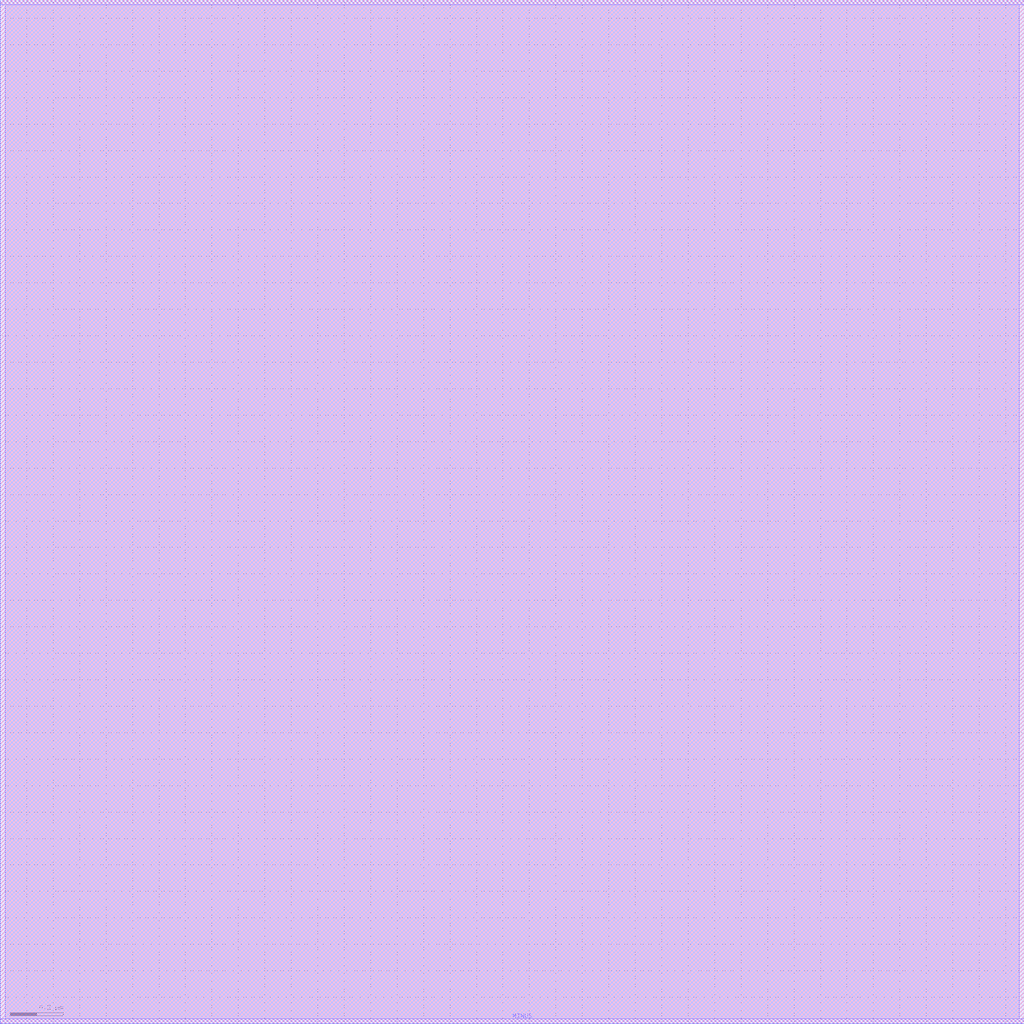
<source format=lef>
VERSION 5.7 ;
BUSBITCHARS "[]" ;
DIVIDERCHAR "/" ;

MACRO Cap_30f_1x3
  ORIGIN 0 0 ;
  FOREIGN Cap_30f_1x3 0 0 ;
  SIZE 6.75 BY 2.214 ;
  PIN PLUS
    DIRECTION INOUT ;
    USE SIGNAL ;
    PORT
      LAYER M2 ;
        RECT 0 2.196 6.75 2.214 ;
    END
  END PLUS
  PIN MINUS
    DIRECTION INOUT ;
    USE SIGNAL ;
    PORT
      LAYER M2 ;
        RECT 0 0 6.75 0.018 ;
    END
  END MINUS
  OBS
      LAYER M1 ;
        RECT 0 0 6.75 2.214 ;
      END
  OBS
      LAYER M2 ;
        RECT 0.018 0.018 6.732 2.196 ;
      END
  OBS
      LAYER M3 ;
        RECT 0 0 6.75 2.214 ;
      END
END Cap_30f_1x3

MACRO Cap_30f_3x1
  ORIGIN 0 0 ;
  FOREIGN Cap_30f_3x1 0 0 ;
  SIZE 2.214 BY 6.75 ;
  PIN PLUS
    DIRECTION INOUT ;
    USE SIGNAL ;
    PORT
      LAYER M2 ;
        RECT 0 0 0.018 6.75 ;
    END
  END PLUS
  PIN MINUS
    DIRECTION INOUT ;
    USE SIGNAL ;
    PORT
      LAYER M2 ;
        RECT 2.196 0 2.214 6.75 ;
    END
  END MINUS
  OBS
      LAYER M1 ;
        RECT 0 0 2.214 6.75 ;
      END
  OBS
      LAYER M2 ;
        RECT 0.018 0.018 2.196 6.732 ;
      END
  OBS
      LAYER M3 ;
        RECT 0 0 2.214 6.75 ;
      END
END Cap_30f_3x1

MACRO Cap_30f_1x1
  ORIGIN 0 0 ;
  FOREIGN Cap_30f_1x1 0 0 ;
  SIZE 3.87 BY 3.87 ;
  PIN PLUS
    DIRECTION INOUT ;
    USE SIGNAL ;
    PORT
      LAYER M2 ;
        RECT 0 3.852 3.87 3.87 ;
    END
  END PLUS
  PIN MINUS
    DIRECTION INOUT ;
    USE SIGNAL ;
    PORT
      LAYER M2 ;
        RECT 0 0 3.87 0.018 ;
    END
  END MINUS
  OBS
      LAYER M1 ;
        RECT 0 0 3.87 3.87 ;
      END
  OBS
      LAYER M2 ;
        RECT 0.018 0.018 3.852 3.852 ;
      END
  OBS
      LAYER M3 ;
        RECT 0 0 3.87 3.87 ;
      END
END Cap_30f_1x1

MACRO Switch_NMOS_16x8
  ORIGIN 0 0 ;
  FOREIGN Switch_NMOS_16x8 0 0 ;
  SIZE 0.864 BY 1.296 ;
  PIN S
    DIRECTION INOUT ;
    USE SIGNAL ;
    PORT
      LAYER M2 ;
        RECT 0 0.064 0.864 0.082 ;
    END
  END S
  PIN D
    DIRECTION INOUT ;
    USE SIGNAL ;
    PORT
      LAYER M2 ;
        RECT 0 0.128 0.864 0.146 ;
    END
  END D
  PIN G
    DIRECTION INOUT ;
    USE SIGNAL ;
    PORT
      LAYER M2 ;
        RECT 0 0 0.864 0.018 ;
    END
  END G
  
END Switch_NMOS_16x8

MACRO Switch_PMOS_16x8
  ORIGIN 0 0 ;
  FOREIGN Switch_PMOS_16x8 0 0 ;
  SIZE 0.864 BY 1.296 ;
  PIN S
    DIRECTION INOUT ;
    USE SIGNAL ;
    PORT
      LAYER M2 ;
        RECT 0 0.064 0.864 0.082 ;
    END
  END S
  PIN D
    DIRECTION INOUT ;
    USE SIGNAL ;
    PORT
      LAYER M2 ;
        RECT 0 0.128 0.864 0.146 ;
    END
  END D
  PIN G
    DIRECTION INOUT ;
    USE SIGNAL ;
    PORT
      LAYER M2 ;
        RECT 0 0 0.864 0.018 ;
    END
  END G
  
END Switch_PMOS_16x8


</source>
